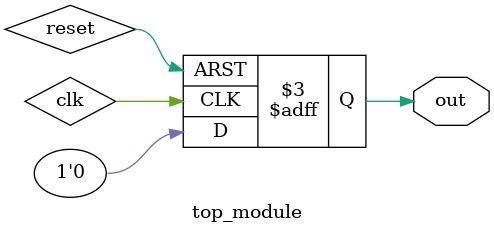
<source format=sv>
module top_module(
	output reg out);
	
	always @(posedge clk or negedge reset) begin
		if (reset == 0)
			out <= 0;
		else
			out <= 1'b0;
	end
	
endmodule

</source>
